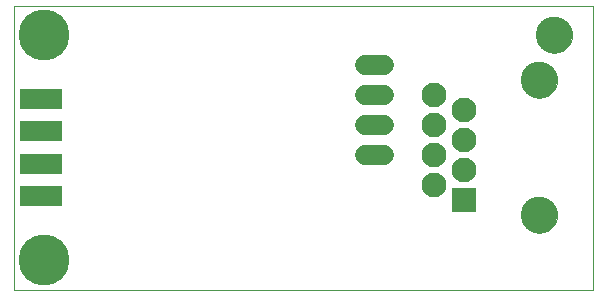
<source format=gbs>
G75*
%MOIN*%
%OFA0B0*%
%FSLAX24Y24*%
%IPPOS*%
%LPD*%
%AMOC8*
5,1,8,0,0,1.08239X$1,22.5*
%
%ADD10C,0.0000*%
%ADD11C,0.1221*%
%ADD12C,0.0827*%
%ADD13R,0.0827X0.0827*%
%ADD14R,0.1418X0.0709*%
%ADD15C,0.0680*%
%ADD16C,0.1700*%
D10*
X004680Y002050D02*
X004680Y011499D01*
X023971Y011499D01*
X023971Y002050D01*
X004680Y002050D01*
X021589Y004550D02*
X021591Y004598D01*
X021597Y004646D01*
X021607Y004693D01*
X021620Y004739D01*
X021638Y004784D01*
X021658Y004828D01*
X021683Y004870D01*
X021711Y004909D01*
X021741Y004946D01*
X021775Y004980D01*
X021812Y005012D01*
X021850Y005041D01*
X021891Y005066D01*
X021934Y005088D01*
X021979Y005106D01*
X022025Y005120D01*
X022072Y005131D01*
X022120Y005138D01*
X022168Y005141D01*
X022216Y005140D01*
X022264Y005135D01*
X022312Y005126D01*
X022358Y005114D01*
X022403Y005097D01*
X022447Y005077D01*
X022489Y005054D01*
X022529Y005027D01*
X022567Y004997D01*
X022602Y004964D01*
X022634Y004928D01*
X022664Y004890D01*
X022690Y004849D01*
X022712Y004806D01*
X022732Y004762D01*
X022747Y004717D01*
X022759Y004670D01*
X022767Y004622D01*
X022771Y004574D01*
X022771Y004526D01*
X022767Y004478D01*
X022759Y004430D01*
X022747Y004383D01*
X022732Y004338D01*
X022712Y004294D01*
X022690Y004251D01*
X022664Y004210D01*
X022634Y004172D01*
X022602Y004136D01*
X022567Y004103D01*
X022529Y004073D01*
X022489Y004046D01*
X022447Y004023D01*
X022403Y004003D01*
X022358Y003986D01*
X022312Y003974D01*
X022264Y003965D01*
X022216Y003960D01*
X022168Y003959D01*
X022120Y003962D01*
X022072Y003969D01*
X022025Y003980D01*
X021979Y003994D01*
X021934Y004012D01*
X021891Y004034D01*
X021850Y004059D01*
X021812Y004088D01*
X021775Y004120D01*
X021741Y004154D01*
X021711Y004191D01*
X021683Y004230D01*
X021658Y004272D01*
X021638Y004316D01*
X021620Y004361D01*
X021607Y004407D01*
X021597Y004454D01*
X021591Y004502D01*
X021589Y004550D01*
X021589Y009050D02*
X021591Y009098D01*
X021597Y009146D01*
X021607Y009193D01*
X021620Y009239D01*
X021638Y009284D01*
X021658Y009328D01*
X021683Y009370D01*
X021711Y009409D01*
X021741Y009446D01*
X021775Y009480D01*
X021812Y009512D01*
X021850Y009541D01*
X021891Y009566D01*
X021934Y009588D01*
X021979Y009606D01*
X022025Y009620D01*
X022072Y009631D01*
X022120Y009638D01*
X022168Y009641D01*
X022216Y009640D01*
X022264Y009635D01*
X022312Y009626D01*
X022358Y009614D01*
X022403Y009597D01*
X022447Y009577D01*
X022489Y009554D01*
X022529Y009527D01*
X022567Y009497D01*
X022602Y009464D01*
X022634Y009428D01*
X022664Y009390D01*
X022690Y009349D01*
X022712Y009306D01*
X022732Y009262D01*
X022747Y009217D01*
X022759Y009170D01*
X022767Y009122D01*
X022771Y009074D01*
X022771Y009026D01*
X022767Y008978D01*
X022759Y008930D01*
X022747Y008883D01*
X022732Y008838D01*
X022712Y008794D01*
X022690Y008751D01*
X022664Y008710D01*
X022634Y008672D01*
X022602Y008636D01*
X022567Y008603D01*
X022529Y008573D01*
X022489Y008546D01*
X022447Y008523D01*
X022403Y008503D01*
X022358Y008486D01*
X022312Y008474D01*
X022264Y008465D01*
X022216Y008460D01*
X022168Y008459D01*
X022120Y008462D01*
X022072Y008469D01*
X022025Y008480D01*
X021979Y008494D01*
X021934Y008512D01*
X021891Y008534D01*
X021850Y008559D01*
X021812Y008588D01*
X021775Y008620D01*
X021741Y008654D01*
X021711Y008691D01*
X021683Y008730D01*
X021658Y008772D01*
X021638Y008816D01*
X021620Y008861D01*
X021607Y008907D01*
X021597Y008954D01*
X021591Y009002D01*
X021589Y009050D01*
X022089Y010550D02*
X022091Y010598D01*
X022097Y010646D01*
X022107Y010693D01*
X022120Y010739D01*
X022138Y010784D01*
X022158Y010828D01*
X022183Y010870D01*
X022211Y010909D01*
X022241Y010946D01*
X022275Y010980D01*
X022312Y011012D01*
X022350Y011041D01*
X022391Y011066D01*
X022434Y011088D01*
X022479Y011106D01*
X022525Y011120D01*
X022572Y011131D01*
X022620Y011138D01*
X022668Y011141D01*
X022716Y011140D01*
X022764Y011135D01*
X022812Y011126D01*
X022858Y011114D01*
X022903Y011097D01*
X022947Y011077D01*
X022989Y011054D01*
X023029Y011027D01*
X023067Y010997D01*
X023102Y010964D01*
X023134Y010928D01*
X023164Y010890D01*
X023190Y010849D01*
X023212Y010806D01*
X023232Y010762D01*
X023247Y010717D01*
X023259Y010670D01*
X023267Y010622D01*
X023271Y010574D01*
X023271Y010526D01*
X023267Y010478D01*
X023259Y010430D01*
X023247Y010383D01*
X023232Y010338D01*
X023212Y010294D01*
X023190Y010251D01*
X023164Y010210D01*
X023134Y010172D01*
X023102Y010136D01*
X023067Y010103D01*
X023029Y010073D01*
X022989Y010046D01*
X022947Y010023D01*
X022903Y010003D01*
X022858Y009986D01*
X022812Y009974D01*
X022764Y009965D01*
X022716Y009960D01*
X022668Y009959D01*
X022620Y009962D01*
X022572Y009969D01*
X022525Y009980D01*
X022479Y009994D01*
X022434Y010012D01*
X022391Y010034D01*
X022350Y010059D01*
X022312Y010088D01*
X022275Y010120D01*
X022241Y010154D01*
X022211Y010191D01*
X022183Y010230D01*
X022158Y010272D01*
X022138Y010316D01*
X022120Y010361D01*
X022107Y010407D01*
X022097Y010454D01*
X022091Y010502D01*
X022089Y010550D01*
D11*
X022680Y010550D03*
X022180Y009050D03*
X022180Y004550D03*
D12*
X019680Y006050D03*
X018680Y005550D03*
X018680Y006550D03*
X019680Y007050D03*
X018680Y007550D03*
X019680Y008050D03*
X018680Y008550D03*
D13*
X019680Y005050D03*
D14*
X005560Y005180D03*
X005560Y006260D03*
X005560Y007340D03*
X005560Y008420D03*
D15*
X016360Y008550D02*
X017000Y008550D01*
X017000Y007550D02*
X016360Y007550D01*
X016360Y006550D02*
X017000Y006550D01*
X017000Y009550D02*
X016360Y009550D01*
D16*
X005680Y010550D03*
X005680Y003050D03*
M02*

</source>
